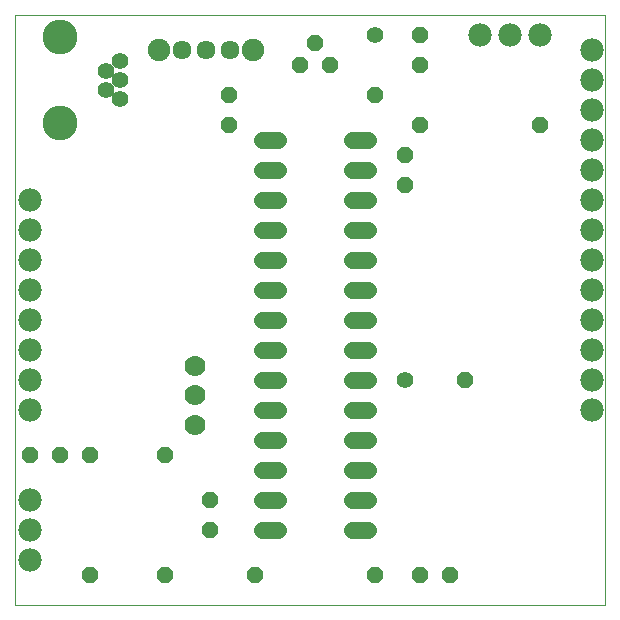
<source format=gbs>
G75*
%MOIN*%
%OFA0B0*%
%FSLAX25Y25*%
%IPPOS*%
%LPD*%
%AMOC8*
5,1,8,0,0,1.08239X$1,22.5*
%
%ADD10C,0.00000*%
%ADD11OC8,0.05600*%
%ADD12C,0.05600*%
%ADD13C,0.05600*%
%ADD14C,0.07800*%
%ADD15C,0.06337*%
%ADD16C,0.07487*%
%ADD17C,0.07000*%
%ADD18C,0.05550*%
%ADD19C,0.11620*%
D10*
X0011800Y0006800D02*
X0011800Y0203650D01*
X0208650Y0203650D01*
X0208650Y0006800D01*
X0011800Y0006800D01*
D11*
X0036800Y0016800D03*
X0061800Y0016800D03*
X0076800Y0031800D03*
X0076800Y0041800D03*
X0061800Y0056800D03*
X0036800Y0056800D03*
X0026800Y0056800D03*
X0016800Y0056800D03*
X0091800Y0016800D03*
X0131800Y0016800D03*
X0146800Y0016800D03*
X0156800Y0016800D03*
X0161800Y0081800D03*
X0141800Y0146800D03*
X0141800Y0156800D03*
X0146800Y0166800D03*
X0131800Y0176800D03*
X0116800Y0186800D03*
X0111800Y0194300D03*
X0106800Y0186800D03*
X0083050Y0176800D03*
X0083050Y0166800D03*
X0146800Y0186800D03*
X0146800Y0196800D03*
X0186800Y0166800D03*
D12*
X0131800Y0196800D03*
X0141800Y0081800D03*
D13*
X0129400Y0081800D02*
X0124200Y0081800D01*
X0124200Y0091800D02*
X0129400Y0091800D01*
X0129400Y0101800D02*
X0124200Y0101800D01*
X0124200Y0111800D02*
X0129400Y0111800D01*
X0129400Y0121800D02*
X0124200Y0121800D01*
X0124200Y0131800D02*
X0129400Y0131800D01*
X0129400Y0141800D02*
X0124200Y0141800D01*
X0124200Y0151800D02*
X0129400Y0151800D01*
X0129400Y0161800D02*
X0124200Y0161800D01*
X0099400Y0161800D02*
X0094200Y0161800D01*
X0094200Y0151800D02*
X0099400Y0151800D01*
X0099400Y0141800D02*
X0094200Y0141800D01*
X0094200Y0131800D02*
X0099400Y0131800D01*
X0099400Y0121800D02*
X0094200Y0121800D01*
X0094200Y0111800D02*
X0099400Y0111800D01*
X0099400Y0101800D02*
X0094200Y0101800D01*
X0094200Y0091800D02*
X0099400Y0091800D01*
X0099400Y0081800D02*
X0094200Y0081800D01*
X0094200Y0071800D02*
X0099400Y0071800D01*
X0099400Y0061800D02*
X0094200Y0061800D01*
X0094200Y0051800D02*
X0099400Y0051800D01*
X0099400Y0041800D02*
X0094200Y0041800D01*
X0094200Y0031800D02*
X0099400Y0031800D01*
X0124200Y0031800D02*
X0129400Y0031800D01*
X0129400Y0041800D02*
X0124200Y0041800D01*
X0124200Y0051800D02*
X0129400Y0051800D01*
X0129400Y0061800D02*
X0124200Y0061800D01*
X0124200Y0071800D02*
X0129400Y0071800D01*
D14*
X0204300Y0071800D03*
X0204300Y0081800D03*
X0204300Y0091800D03*
X0204300Y0101800D03*
X0204300Y0111800D03*
X0204300Y0121800D03*
X0204300Y0131800D03*
X0204300Y0141800D03*
X0204300Y0151800D03*
X0204300Y0161800D03*
X0204300Y0171800D03*
X0204300Y0181800D03*
X0204300Y0191800D03*
X0186800Y0196800D03*
X0176800Y0196800D03*
X0166800Y0196800D03*
X0016800Y0141800D03*
X0016800Y0131800D03*
X0016800Y0121800D03*
X0016800Y0111800D03*
X0016800Y0101800D03*
X0016800Y0091800D03*
X0016800Y0081800D03*
X0016800Y0071800D03*
X0016800Y0041800D03*
X0016800Y0031800D03*
X0016800Y0021800D03*
D15*
X0067676Y0191800D03*
X0075550Y0191800D03*
X0083424Y0191800D03*
D16*
X0091298Y0191800D03*
X0059802Y0191800D03*
D17*
X0071800Y0086643D03*
X0071800Y0076800D03*
X0071800Y0066957D03*
D18*
X0046879Y0175501D03*
X0042154Y0178650D03*
X0046879Y0181800D03*
X0042154Y0184950D03*
X0046879Y0188099D03*
D19*
X0026800Y0196170D03*
X0026800Y0167430D03*
M02*

</source>
